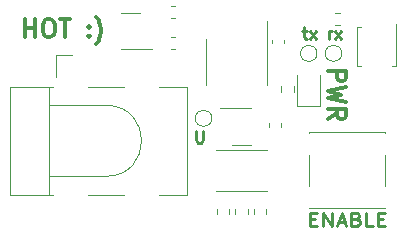
<source format=gbr>
%TF.GenerationSoftware,KiCad,Pcbnew,6.0.4-6f826c9f35~116~ubuntu21.10.1*%
%TF.CreationDate,2022-04-19T01:50:52-04:00*%
%TF.ProjectId,hotwire-lite,686f7477-6972-4652-9d6c-6974652e6b69,rev?*%
%TF.SameCoordinates,Original*%
%TF.FileFunction,Legend,Top*%
%TF.FilePolarity,Positive*%
%FSLAX46Y46*%
G04 Gerber Fmt 4.6, Leading zero omitted, Abs format (unit mm)*
G04 Created by KiCad (PCBNEW 6.0.4-6f826c9f35~116~ubuntu21.10.1) date 2022-04-19 01:50:52*
%MOMM*%
%LPD*%
G01*
G04 APERTURE LIST*
%ADD10C,0.250000*%
%ADD11C,0.300000*%
%ADD12C,0.275000*%
%ADD13C,0.120000*%
G04 APERTURE END LIST*
D10*
X124014285Y-115852380D02*
X124014285Y-116661904D01*
X124061904Y-116757142D01*
X124109523Y-116804761D01*
X124204761Y-116852380D01*
X124395238Y-116852380D01*
X124490476Y-116804761D01*
X124538095Y-116757142D01*
X124585714Y-116661904D01*
X124585714Y-115852380D01*
X135223809Y-108052380D02*
X135223809Y-107385714D01*
X135223809Y-107576190D02*
X135271428Y-107480952D01*
X135319047Y-107433333D01*
X135414285Y-107385714D01*
X135509523Y-107385714D01*
X135747619Y-108052380D02*
X136271428Y-107385714D01*
X135747619Y-107385714D02*
X136271428Y-108052380D01*
X133004761Y-107385714D02*
X133385714Y-107385714D01*
X133147619Y-107052380D02*
X133147619Y-107909523D01*
X133195238Y-108004761D01*
X133290476Y-108052380D01*
X133385714Y-108052380D01*
X133623809Y-108052380D02*
X134147619Y-107385714D01*
X133623809Y-107385714D02*
X134147619Y-108052380D01*
D11*
X109535714Y-107928571D02*
X109535714Y-106428571D01*
X109535714Y-107142857D02*
X110392857Y-107142857D01*
X110392857Y-107928571D02*
X110392857Y-106428571D01*
X111392857Y-106428571D02*
X111678571Y-106428571D01*
X111821428Y-106500000D01*
X111964285Y-106642857D01*
X112035714Y-106928571D01*
X112035714Y-107428571D01*
X111964285Y-107714285D01*
X111821428Y-107857142D01*
X111678571Y-107928571D01*
X111392857Y-107928571D01*
X111250000Y-107857142D01*
X111107142Y-107714285D01*
X111035714Y-107428571D01*
X111035714Y-106928571D01*
X111107142Y-106642857D01*
X111250000Y-106500000D01*
X111392857Y-106428571D01*
X112464285Y-106428571D02*
X113321428Y-106428571D01*
X112892857Y-107928571D02*
X112892857Y-106428571D01*
X114964285Y-107785714D02*
X115035714Y-107857142D01*
X114964285Y-107928571D01*
X114892857Y-107857142D01*
X114964285Y-107785714D01*
X114964285Y-107928571D01*
X114964285Y-107000000D02*
X115035714Y-107071428D01*
X114964285Y-107142857D01*
X114892857Y-107071428D01*
X114964285Y-107000000D01*
X114964285Y-107142857D01*
X115535714Y-108500000D02*
X115607142Y-108428571D01*
X115750000Y-108214285D01*
X115821428Y-108071428D01*
X115892857Y-107857142D01*
X115964285Y-107500000D01*
X115964285Y-107214285D01*
X115892857Y-106857142D01*
X115821428Y-106642857D01*
X115750000Y-106500000D01*
X115607142Y-106285714D01*
X115535714Y-106214285D01*
D12*
X133670476Y-123321428D02*
X134083809Y-123321428D01*
X134260952Y-123897619D02*
X133670476Y-123897619D01*
X133670476Y-122797619D01*
X134260952Y-122797619D01*
X134792380Y-123897619D02*
X134792380Y-122797619D01*
X135500952Y-123897619D01*
X135500952Y-122797619D01*
X136032380Y-123583333D02*
X136622857Y-123583333D01*
X135914285Y-123897619D02*
X136327619Y-122797619D01*
X136740952Y-123897619D01*
X137567619Y-123321428D02*
X137744761Y-123373809D01*
X137803809Y-123426190D01*
X137862857Y-123530952D01*
X137862857Y-123688095D01*
X137803809Y-123792857D01*
X137744761Y-123845238D01*
X137626666Y-123897619D01*
X137154285Y-123897619D01*
X137154285Y-122797619D01*
X137567619Y-122797619D01*
X137685714Y-122850000D01*
X137744761Y-122902380D01*
X137803809Y-123007142D01*
X137803809Y-123111904D01*
X137744761Y-123216666D01*
X137685714Y-123269047D01*
X137567619Y-123321428D01*
X137154285Y-123321428D01*
X138984761Y-123897619D02*
X138394285Y-123897619D01*
X138394285Y-122797619D01*
X139398095Y-123321428D02*
X139811428Y-123321428D01*
X139988571Y-123897619D02*
X139398095Y-123897619D01*
X139398095Y-122797619D01*
X139988571Y-122797619D01*
D11*
X135221428Y-110800000D02*
X136721428Y-110800000D01*
X136721428Y-111371428D01*
X136650000Y-111514285D01*
X136578571Y-111585714D01*
X136435714Y-111657142D01*
X136221428Y-111657142D01*
X136078571Y-111585714D01*
X136007142Y-111514285D01*
X135935714Y-111371428D01*
X135935714Y-110800000D01*
X136721428Y-112157142D02*
X135221428Y-112514285D01*
X136292857Y-112800000D01*
X135221428Y-113085714D01*
X136721428Y-113442857D01*
X135221428Y-114871428D02*
X135935714Y-114371428D01*
X135221428Y-114014285D02*
X136721428Y-114014285D01*
X136721428Y-114585714D01*
X136650000Y-114728571D01*
X136578571Y-114800000D01*
X136435714Y-114871428D01*
X136221428Y-114871428D01*
X136078571Y-114800000D01*
X136007142Y-114728571D01*
X135935714Y-114585714D01*
X135935714Y-114014285D01*
D13*
%TO.C,U3*%
X127850000Y-117060000D02*
X127050000Y-117060000D01*
X127850000Y-113940000D02*
X128650000Y-113940000D01*
X127850000Y-117060000D02*
X128650000Y-117060000D01*
X127850000Y-113940000D02*
X126050000Y-113940000D01*
%TO.C,U2*%
X130010000Y-110000000D02*
X130010000Y-111950000D01*
X124890000Y-110000000D02*
X124890000Y-111950000D01*
X130010000Y-110000000D02*
X130010000Y-106550000D01*
X124890000Y-110000000D02*
X124890000Y-108050000D01*
%TO.C,U1*%
X118450000Y-105840000D02*
X119250000Y-105840000D01*
X118450000Y-108960000D02*
X120250000Y-108960000D01*
X118450000Y-108960000D02*
X117650000Y-108960000D01*
X118450000Y-105840000D02*
X117650000Y-105840000D01*
%TO.C,TP3*%
X134250000Y-109300000D02*
G75*
G03*
X134250000Y-109300000I-700000J0D01*
G01*
%TO.C,TP2*%
X136350000Y-109300000D02*
G75*
G03*
X136350000Y-109300000I-700000J0D01*
G01*
%TO.C,TP1*%
X125350000Y-114800000D02*
G75*
G03*
X125350000Y-114800000I-700000J0D01*
G01*
%TO.C,SW1*%
X133570000Y-122430000D02*
X140030000Y-122430000D01*
X133570000Y-115970000D02*
X140030000Y-115970000D01*
X140030000Y-122430000D02*
X140030000Y-122400000D01*
X140030000Y-117900000D02*
X140030000Y-120500000D01*
X140030000Y-115970000D02*
X140030000Y-116000000D01*
X133570000Y-116000000D02*
X133570000Y-115970000D01*
X133570000Y-122430000D02*
X133570000Y-122400000D01*
X133570000Y-117900000D02*
X133570000Y-120500000D01*
%TO.C,R6*%
X125672936Y-117515000D02*
X130027064Y-117515000D01*
X125672936Y-120935000D02*
X130027064Y-120935000D01*
%TO.C,R5*%
X135762742Y-106922500D02*
X136237258Y-106922500D01*
X135762742Y-105877500D02*
X136237258Y-105877500D01*
%TO.C,R4*%
X132272500Y-112537258D02*
X132272500Y-112062742D01*
X131227500Y-112537258D02*
X131227500Y-112062742D01*
%TO.C,R3*%
X125777500Y-122462742D02*
X125777500Y-122937258D01*
X126822500Y-122462742D02*
X126822500Y-122937258D01*
%TO.C,R2*%
X128372500Y-122937258D02*
X128372500Y-122462742D01*
X127327500Y-122937258D02*
X127327500Y-122462742D01*
%TO.C,R1*%
X128877500Y-122462742D02*
X128877500Y-122937258D01*
X129922500Y-122462742D02*
X129922500Y-122937258D01*
%TO.C,Q1*%
X138000000Y-110335000D02*
X137665000Y-110335000D01*
X140935000Y-110335000D02*
X140600000Y-110335000D01*
X137665000Y-107065000D02*
X137665000Y-110335000D01*
X138000000Y-107065000D02*
X137665000Y-107065000D01*
X140935000Y-106830000D02*
X140935000Y-110335000D01*
%TO.C,J1*%
X116400000Y-119700000D02*
G75*
G03*
X116400000Y-113700000I0J3000000D01*
G01*
X108290000Y-121260000D02*
X111900000Y-121260000D01*
X113480000Y-109440000D02*
X112140000Y-109440000D01*
X114900000Y-121260000D02*
X117900000Y-121260000D01*
X123210000Y-121260000D02*
X123210000Y-112140000D01*
X108290000Y-112140000D02*
X111900000Y-112140000D01*
X111600000Y-119700000D02*
X116400000Y-119700000D01*
X120900000Y-112140000D02*
X123210000Y-112140000D01*
X111600000Y-113700000D02*
X116400000Y-113700000D01*
X108290000Y-121260000D02*
X108290000Y-112140000D01*
X114900000Y-112140000D02*
X117900000Y-112140000D01*
X120900000Y-121260000D02*
X123210000Y-121260000D01*
X112140000Y-109440000D02*
X112140000Y-111340000D01*
X111600000Y-121260000D02*
X111600000Y-112140000D01*
%TO.C,D1*%
X134510000Y-113785000D02*
X134510000Y-111100000D01*
X132590000Y-113785000D02*
X134510000Y-113785000D01*
X132590000Y-111100000D02*
X132590000Y-113785000D01*
%TO.C,C4*%
X131210000Y-115490580D02*
X131210000Y-115209420D01*
X130190000Y-115490580D02*
X130190000Y-115209420D01*
%TO.C,C3*%
X131460000Y-108440580D02*
X131460000Y-108159420D01*
X130440000Y-108440580D02*
X130440000Y-108159420D01*
%TO.C,C2*%
X121909420Y-106310000D02*
X122190580Y-106310000D01*
X121909420Y-105290000D02*
X122190580Y-105290000D01*
%TO.C,C1*%
X121909420Y-108910000D02*
X122190580Y-108910000D01*
X121909420Y-107890000D02*
X122190580Y-107890000D01*
%TD*%
M02*

</source>
